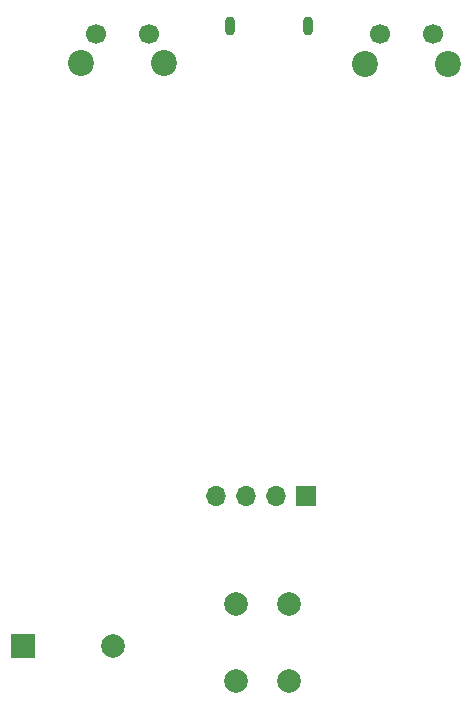
<source format=gbs>
%TF.GenerationSoftware,KiCad,Pcbnew,7.0.10*%
%TF.CreationDate,2025-01-08T07:23:31-05:00*%
%TF.ProjectId,PostAlertBaseStationV6,506f7374-416c-4657-9274-426173655374,5.0*%
%TF.SameCoordinates,Original*%
%TF.FileFunction,Soldermask,Bot*%
%TF.FilePolarity,Negative*%
%FSLAX46Y46*%
G04 Gerber Fmt 4.6, Leading zero omitted, Abs format (unit mm)*
G04 Created by KiCad (PCBNEW 7.0.10) date 2025-01-08 07:23:31*
%MOMM*%
%LPD*%
G01*
G04 APERTURE LIST*
%ADD10C,2.200000*%
%ADD11C,1.700000*%
%ADD12O,0.900000X1.600000*%
%ADD13R,2.000000X2.000000*%
%ADD14C,2.000000*%
%ADD15R,1.700000X1.700000*%
%ADD16O,1.700000X1.700000*%
G04 APERTURE END LIST*
D10*
%TO.C,SW2*%
X16379400Y58227000D03*
X23379400Y58227000D03*
D11*
X17629400Y60727000D03*
X22129400Y60727000D03*
%TD*%
D12*
%TO.C,J5*%
X35534400Y61362000D03*
X28934400Y61362000D03*
%TD*%
D13*
%TO.C,BZ1*%
X11440000Y8890000D03*
D14*
X19040000Y8890000D03*
%TD*%
D15*
%TO.C,J1*%
X35409400Y21611000D03*
D16*
X32869400Y21611000D03*
X30329400Y21611000D03*
X27789400Y21611000D03*
%TD*%
D10*
%TO.C,SW3*%
X40382400Y58170000D03*
X47382400Y58170000D03*
D11*
X41632400Y60670000D03*
X46132400Y60670000D03*
%TD*%
D14*
%TO.C,SW1*%
X33961600Y12390800D03*
X33961600Y5890800D03*
X29461600Y12390800D03*
X29461600Y5890800D03*
%TD*%
M02*

</source>
